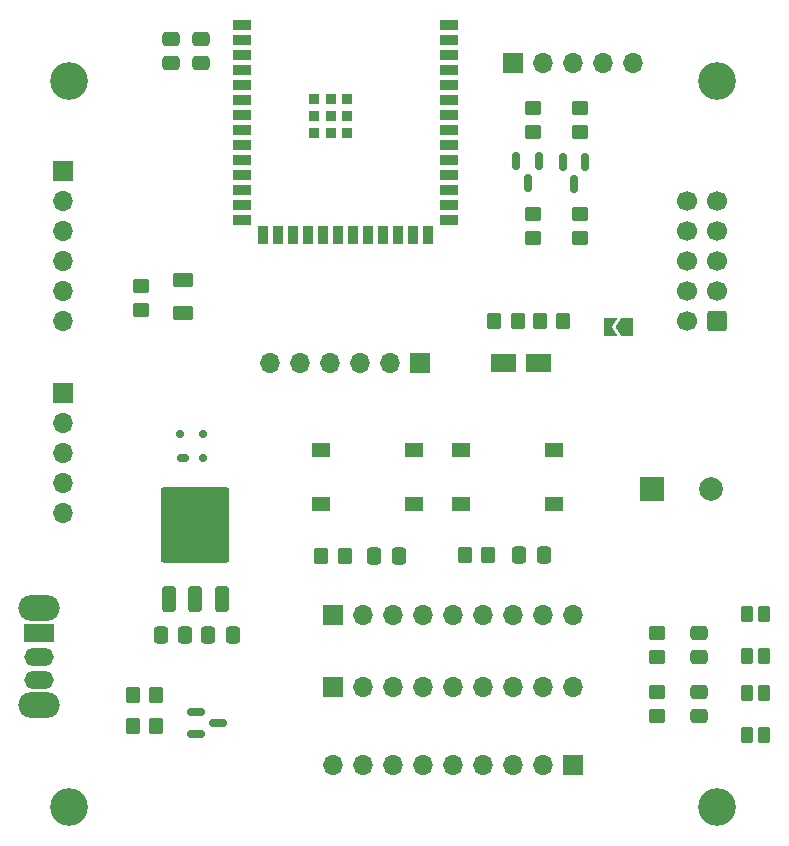
<source format=gbr>
%TF.GenerationSoftware,KiCad,Pcbnew,8.0.5*%
%TF.CreationDate,2024-10-15T02:56:11-05:00*%
%TF.ProjectId,werable_unit,77657261-626c-4655-9f75-6e69742e6b69,rev?*%
%TF.SameCoordinates,Original*%
%TF.FileFunction,Soldermask,Top*%
%TF.FilePolarity,Negative*%
%FSLAX46Y46*%
G04 Gerber Fmt 4.6, Leading zero omitted, Abs format (unit mm)*
G04 Created by KiCad (PCBNEW 8.0.5) date 2024-10-15 02:56:11*
%MOMM*%
%LPD*%
G01*
G04 APERTURE LIST*
G04 Aperture macros list*
%AMRoundRect*
0 Rectangle with rounded corners*
0 $1 Rounding radius*
0 $2 $3 $4 $5 $6 $7 $8 $9 X,Y pos of 4 corners*
0 Add a 4 corners polygon primitive as box body*
4,1,4,$2,$3,$4,$5,$6,$7,$8,$9,$2,$3,0*
0 Add four circle primitives for the rounded corners*
1,1,$1+$1,$2,$3*
1,1,$1+$1,$4,$5*
1,1,$1+$1,$6,$7*
1,1,$1+$1,$8,$9*
0 Add four rect primitives between the rounded corners*
20,1,$1+$1,$2,$3,$4,$5,0*
20,1,$1+$1,$4,$5,$6,$7,0*
20,1,$1+$1,$6,$7,$8,$9,0*
20,1,$1+$1,$8,$9,$2,$3,0*%
%AMFreePoly0*
4,1,6,1.000000,0.000000,0.500000,-0.750000,-0.500000,-0.750000,-0.500000,0.750000,0.500000,0.750000,1.000000,0.000000,1.000000,0.000000,$1*%
%AMFreePoly1*
4,1,6,0.500000,-0.750000,-0.650000,-0.750000,-0.150000,0.000000,-0.650000,0.750000,0.500000,0.750000,0.500000,-0.750000,0.500000,-0.750000,$1*%
G04 Aperture macros list end*
%ADD10R,1.500000X1.500000*%
%ADD11FreePoly0,0.000000*%
%ADD12FreePoly0,180.000000*%
%ADD13RoundRect,0.150000X-0.150000X0.587500X-0.150000X-0.587500X0.150000X-0.587500X0.150000X0.587500X0*%
%ADD14R,1.550000X1.300000*%
%ADD15RoundRect,0.250000X-0.450000X0.350000X-0.450000X-0.350000X0.450000X-0.350000X0.450000X0.350000X0*%
%ADD16R,1.700000X1.700000*%
%ADD17O,1.700000X1.700000*%
%ADD18RoundRect,0.250000X-0.350000X-0.450000X0.350000X-0.450000X0.350000X0.450000X-0.350000X0.450000X0*%
%ADD19C,3.200000*%
%ADD20O,2.500000X1.500000*%
%ADD21R,2.500000X1.500000*%
%ADD22O,3.500000X2.200000*%
%ADD23RoundRect,0.250000X-0.337500X-0.475000X0.337500X-0.475000X0.337500X0.475000X-0.337500X0.475000X0*%
%ADD24RoundRect,0.250000X0.600000X0.600000X-0.600000X0.600000X-0.600000X-0.600000X0.600000X-0.600000X0*%
%ADD25C,1.700000*%
%ADD26R,1.498600X0.889000*%
%ADD27R,0.889000X1.498600*%
%ADD28R,0.889000X0.889000*%
%ADD29RoundRect,0.250000X0.450000X-0.350000X0.450000X0.350000X-0.450000X0.350000X-0.450000X-0.350000X0*%
%ADD30RoundRect,0.250000X0.275000X-0.450000X0.275000X0.450000X-0.275000X0.450000X-0.275000X-0.450000X0*%
%ADD31RoundRect,0.250000X-0.475000X0.337500X-0.475000X-0.337500X0.475000X-0.337500X0.475000X0.337500X0*%
%ADD32FreePoly1,180.000000*%
%ADD33RoundRect,0.250000X0.350000X-0.850000X0.350000X0.850000X-0.350000X0.850000X-0.350000X-0.850000X0*%
%ADD34RoundRect,0.249997X2.650003X-2.950003X2.650003X2.950003X-2.650003X2.950003X-2.650003X-2.950003X0*%
%ADD35R,2.000000X2.000000*%
%ADD36C,2.000000*%
%ADD37RoundRect,0.250000X0.475000X-0.337500X0.475000X0.337500X-0.475000X0.337500X-0.475000X-0.337500X0*%
%ADD38RoundRect,0.250000X0.625000X-0.375000X0.625000X0.375000X-0.625000X0.375000X-0.625000X-0.375000X0*%
%ADD39RoundRect,0.250000X0.337500X0.475000X-0.337500X0.475000X-0.337500X-0.475000X0.337500X-0.475000X0*%
%ADD40RoundRect,0.150000X-0.587500X-0.150000X0.587500X-0.150000X0.587500X0.150000X-0.587500X0.150000X0*%
%ADD41RoundRect,0.175000X0.325000X-0.175000X0.325000X0.175000X-0.325000X0.175000X-0.325000X-0.175000X0*%
%ADD42RoundRect,0.150000X0.150000X-0.200000X0.150000X0.200000X-0.150000X0.200000X-0.150000X-0.200000X0*%
G04 APERTURE END LIST*
D10*
%TO.C,JP2*%
X110696500Y-78266000D03*
X113096500Y-78266000D03*
D11*
X109896500Y-78266000D03*
D12*
X113896500Y-78266000D03*
%TD*%
D13*
%TO.C,Q2*%
X117346900Y-61216300D03*
X115446900Y-61216300D03*
X116396900Y-63091300D03*
%TD*%
D14*
%TO.C,SW4*%
X106769000Y-85634000D03*
X114719000Y-85634000D03*
X106769000Y-90134000D03*
X114719000Y-90134000D03*
%TD*%
D15*
%TO.C,R14*%
X116896900Y-56653800D03*
X116896900Y-58653800D03*
%TD*%
D16*
%TO.C,J15*%
X96012000Y-105664000D03*
D17*
X98552000Y-105664000D03*
X101092000Y-105664000D03*
X103632000Y-105664000D03*
X106172000Y-105664000D03*
X108712000Y-105664000D03*
X111252000Y-105664000D03*
X113792000Y-105664000D03*
X116332000Y-105664000D03*
%TD*%
D18*
%TO.C,R9*%
X79000600Y-108940600D03*
X81000600Y-108940600D03*
%TD*%
%TO.C,R8*%
X78997500Y-106347000D03*
X80997500Y-106347000D03*
%TD*%
D16*
%TO.C,J14*%
X96012000Y-99568000D03*
D17*
X98552000Y-99568000D03*
X101092000Y-99568000D03*
X103632000Y-99568000D03*
X106172000Y-99568000D03*
X108712000Y-99568000D03*
X111252000Y-99568000D03*
X113792000Y-99568000D03*
X116332000Y-99568000D03*
%TD*%
D19*
%TO.C,H4*%
X128524000Y-115824000D03*
%TD*%
D18*
%TO.C,R25*%
X94989500Y-94546000D03*
X96989500Y-94546000D03*
%TD*%
D20*
%TO.C,U7*%
X71120000Y-105092000D03*
X71120000Y-103092000D03*
D21*
X71120000Y-101092000D03*
D22*
X71120000Y-107192000D03*
X71120000Y-98992000D03*
%TD*%
D23*
%TO.C,C19*%
X111738500Y-94488000D03*
X113813500Y-94488000D03*
%TD*%
D16*
%TO.C,J9*%
X103378000Y-78232000D03*
D17*
X100838000Y-78232000D03*
X98298000Y-78232000D03*
X95758000Y-78232000D03*
X93218000Y-78232000D03*
X90678000Y-78232000D03*
%TD*%
D24*
%TO.C,J12*%
X128524000Y-74676000D03*
D25*
X125984000Y-74676000D03*
X128524000Y-72136000D03*
X125984000Y-72136000D03*
X128524000Y-69596000D03*
X125984000Y-69596000D03*
X128524000Y-67056000D03*
X125984000Y-67056000D03*
X128524000Y-64516000D03*
X125984000Y-64516000D03*
%TD*%
D26*
%TO.C,U10*%
X88278000Y-49604000D03*
X88278000Y-50874000D03*
X88278000Y-52144000D03*
X88278000Y-53414000D03*
X88278000Y-54684000D03*
X88278000Y-55954000D03*
X88278000Y-57224000D03*
X88278000Y-58494000D03*
X88278000Y-59764000D03*
X88278000Y-61034000D03*
X88278000Y-62304000D03*
X88278000Y-63574000D03*
X88278000Y-64844000D03*
X88278000Y-66114000D03*
D27*
X90043000Y-67364000D03*
X91313000Y-67364000D03*
X92583000Y-67364000D03*
X93853000Y-67364000D03*
X95123000Y-67364000D03*
X96393000Y-67364000D03*
X97663000Y-67364000D03*
X98933000Y-67364000D03*
X100203000Y-67364000D03*
X101473000Y-67364000D03*
X102743000Y-67364000D03*
X104013000Y-67364000D03*
D26*
X105778000Y-66114000D03*
X105778000Y-64844000D03*
X105778000Y-63574000D03*
X105778000Y-62304000D03*
X105778000Y-61034000D03*
X105778000Y-59764000D03*
X105778000Y-58494000D03*
X105778000Y-57224000D03*
X105778000Y-55954000D03*
X105778000Y-54684000D03*
X105778000Y-53414000D03*
X105778000Y-52144000D03*
X105778000Y-50874000D03*
X105778000Y-49604000D03*
D28*
X95778000Y-57324000D03*
X95778000Y-55924000D03*
X94378000Y-55924000D03*
X94378000Y-57324000D03*
X94378000Y-58724000D03*
X95778000Y-58724000D03*
X97178000Y-58724000D03*
X97178000Y-57324000D03*
X97178000Y-55924000D03*
%TD*%
D29*
%TO.C,R7*%
X79756000Y-73752000D03*
X79756000Y-71752000D03*
%TD*%
D15*
%TO.C,R15*%
X112896900Y-56653800D03*
X112896900Y-58653800D03*
%TD*%
D30*
%TO.C,SW5*%
X131035000Y-103050000D03*
X131035000Y-99450000D03*
X132475000Y-103050000D03*
X132475000Y-99450000D03*
%TD*%
D31*
%TO.C,C2*%
X126944000Y-106086500D03*
X126944000Y-108161500D03*
%TD*%
D15*
%TO.C,R20*%
X112896900Y-65653800D03*
X112896900Y-67653800D03*
%TD*%
D12*
%TO.C,JP1*%
X120904000Y-75184000D03*
D32*
X119454000Y-75184000D03*
%TD*%
D16*
%TO.C,J1*%
X73152000Y-61976000D03*
D17*
X73152000Y-64516000D03*
X73152000Y-67056000D03*
X73152000Y-69596000D03*
X73152000Y-72136000D03*
X73152000Y-74676000D03*
%TD*%
D33*
%TO.C,U5*%
X82048000Y-98248000D03*
X84328000Y-98248000D03*
D34*
X84328000Y-91948000D03*
D33*
X86608000Y-98248000D03*
%TD*%
D19*
%TO.C,H3*%
X73660000Y-115824000D03*
%TD*%
D30*
%TO.C,SW6*%
X131055000Y-109772000D03*
X131055000Y-106172000D03*
X132495000Y-109772000D03*
X132495000Y-106172000D03*
%TD*%
D35*
%TO.C,U4*%
X123016000Y-88900000D03*
D36*
X128016000Y-88900000D03*
%TD*%
D18*
%TO.C,R18*%
X111621500Y-74676000D03*
X109621500Y-74676000D03*
%TD*%
D37*
%TO.C,C24*%
X82296000Y-52875000D03*
X82296000Y-50800000D03*
%TD*%
D18*
%TO.C,R13*%
X113477800Y-74676000D03*
X115477800Y-74676000D03*
%TD*%
D19*
%TO.C,H1*%
X73660000Y-54356000D03*
%TD*%
D38*
%TO.C,D6*%
X83312000Y-74044000D03*
X83312000Y-71244000D03*
%TD*%
D15*
%TO.C,R19*%
X116896900Y-65653800D03*
X116896900Y-67653800D03*
%TD*%
D16*
%TO.C,J13*%
X116332000Y-112268000D03*
D17*
X113792000Y-112268000D03*
X111252000Y-112268000D03*
X108712000Y-112268000D03*
X106172000Y-112268000D03*
X103632000Y-112268000D03*
X101092000Y-112268000D03*
X98552000Y-112268000D03*
X96012000Y-112268000D03*
%TD*%
D16*
%TO.C,J11*%
X73152000Y-80772000D03*
D17*
X73152000Y-83312000D03*
X73152000Y-85852000D03*
X73152000Y-88392000D03*
X73152000Y-90932000D03*
%TD*%
D18*
%TO.C,R26*%
X107113500Y-94488000D03*
X109113500Y-94488000D03*
%TD*%
D29*
%TO.C,R3*%
X123444000Y-103124000D03*
X123444000Y-101124000D03*
%TD*%
D19*
%TO.C,H2*%
X128524000Y-54356000D03*
%TD*%
D29*
%TO.C,R2*%
X123444000Y-108124000D03*
X123444000Y-106124000D03*
%TD*%
D16*
%TO.C,J8*%
X111252000Y-52857400D03*
D17*
X113792000Y-52857400D03*
X116332000Y-52857400D03*
X118872000Y-52857400D03*
X121412000Y-52857400D03*
%TD*%
D14*
%TO.C,SW3*%
X94921000Y-85634000D03*
X102871000Y-85634000D03*
X94921000Y-90134000D03*
X102871000Y-90134000D03*
%TD*%
D13*
%TO.C,Q3*%
X113396900Y-61153800D03*
X111496900Y-61153800D03*
X112446900Y-63028800D03*
%TD*%
D39*
%TO.C,C4*%
X83469250Y-101243000D03*
X81394250Y-101243000D03*
%TD*%
D23*
%TO.C,C18*%
X99452000Y-94546000D03*
X101527000Y-94546000D03*
%TD*%
D37*
%TO.C,C23*%
X84836000Y-52875000D03*
X84836000Y-50800000D03*
%TD*%
D40*
%TO.C,D4*%
X84362500Y-107767500D03*
X84362500Y-109667500D03*
X86237500Y-108717500D03*
%TD*%
D41*
%TO.C,D2*%
X83253000Y-86273000D03*
D42*
X84953000Y-86273000D03*
X84953000Y-84273000D03*
X83053000Y-84273000D03*
%TD*%
D31*
%TO.C,C1*%
X126944000Y-101086500D03*
X126944000Y-103161500D03*
%TD*%
D39*
%TO.C,C3*%
X87469250Y-101243000D03*
X85394250Y-101243000D03*
%TD*%
M02*

</source>
